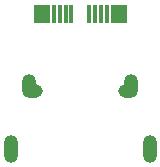
<source format=gbs>
G04 #@! TF.FileFunction,Soldermask,Bot*
%FSLAX45Y45*%
G04 Gerber Fmt 4.5, Leading zero omitted, Abs format (unit mm)*
G04 Created by KiCad (PCBNEW (2015-06-14 BZR 5747, Git dc9ebf3)-product) date 7/9/2015 01:47:13*
%MOMM*%
G01*
G04 APERTURE LIST*
%ADD10C,0.254000*%
%ADD11R,0.351600X1.601600*%
%ADD12R,1.351600X1.601600*%
%ADD13O,1.201600X2.001600*%
%ADD14O,1.201600X2.351600*%
%ADD15O,1.651600X1.201600*%
G04 APERTURE END LIST*
D10*
D11*
X7845000Y-8078000D03*
X7795000Y-8078000D03*
X7745000Y-8078000D03*
X7695000Y-8078000D03*
X7545000Y-8078000D03*
X7495000Y-8078000D03*
X7445000Y-8078000D03*
X7395000Y-8078000D03*
D12*
X7945000Y-8078000D03*
X7295000Y-8078000D03*
D13*
X7188000Y-8693000D03*
D14*
X8207500Y-9225500D03*
X7032500Y-9225500D03*
D13*
X8052000Y-8693000D03*
D15*
X7220500Y-8733000D03*
X8019500Y-8733000D03*
M02*

</source>
